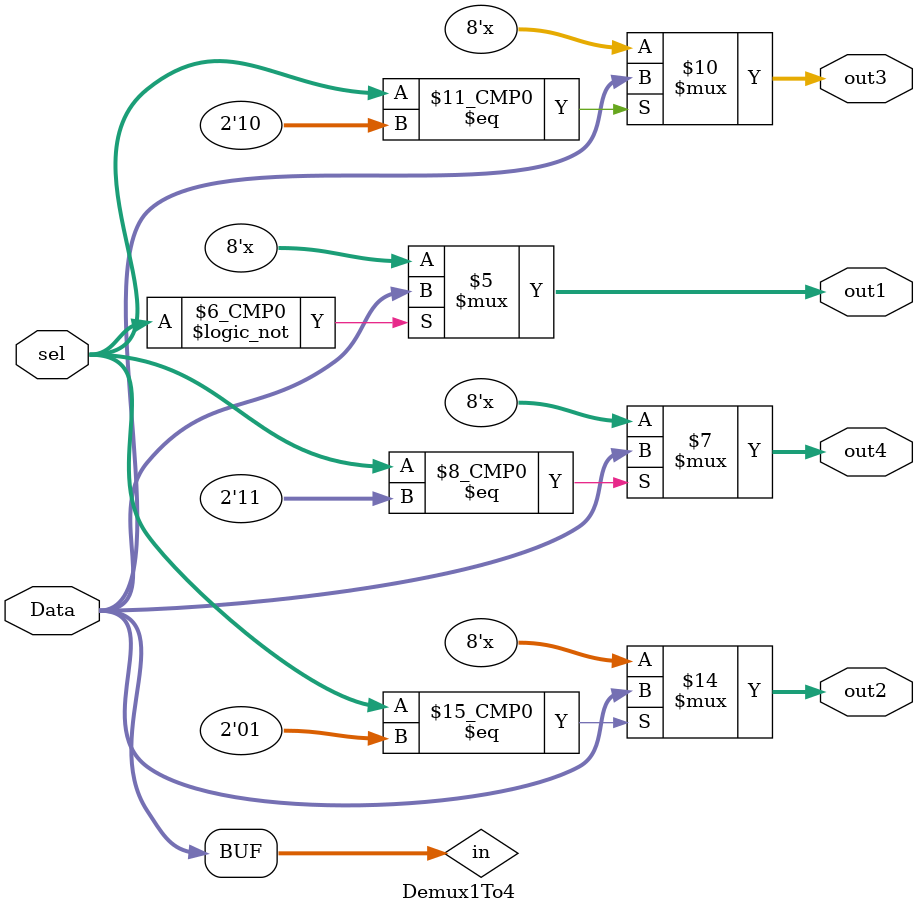
<source format=sv>

module Demux1To4(input logic [7:0] Data,
					 input logic [1:0] sel,
					 output logic [7:0] out1,out2,out3,out4);
					 
					 logic [7:0] in;
					 assign in = Data;
			

					 always @(Data or sel)
					 begin
							case(sel)
										2'b00: out1 = in; 
										2'b01: out2 = in; 
										2'b10: out3 = in; 
										2'b11: out4 = in; 
									
							endcase
					 end
endmodule 

</source>
